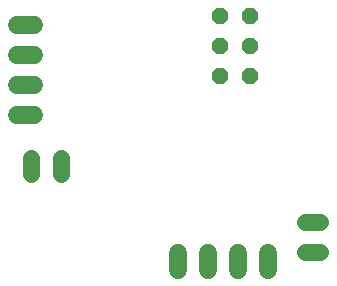
<source format=gbs>
G04 EAGLE Gerber RS-274X export*
G75*
%MOMM*%
%FSLAX34Y34*%
%LPD*%
%INSoldermask Bottom*%
%IPPOS*%
%AMOC8*
5,1,8,0,0,1.08239X$1,22.5*%
G01*
%ADD10C,1.422400*%
%ADD11C,1.524000*%
%ADD12P,1.525737X8X292.500000*%


D10*
X66040Y118364D02*
X66040Y105156D01*
X40640Y105156D02*
X40640Y118364D01*
D11*
X215900Y37592D02*
X215900Y23368D01*
X241300Y23368D02*
X241300Y37592D01*
X165100Y37592D02*
X165100Y23368D01*
X190500Y23368D02*
X190500Y37592D01*
X42672Y154940D02*
X28448Y154940D01*
X28448Y180340D02*
X42672Y180340D01*
X42672Y205740D02*
X28448Y205740D01*
X28448Y231140D02*
X42672Y231140D01*
D12*
X226060Y213360D03*
X200660Y213360D03*
X226060Y238760D03*
X200660Y238760D03*
X200660Y187960D03*
X226060Y187960D03*
D10*
X272161Y38735D02*
X285369Y38735D01*
X285369Y64135D02*
X272161Y64135D01*
M02*

</source>
